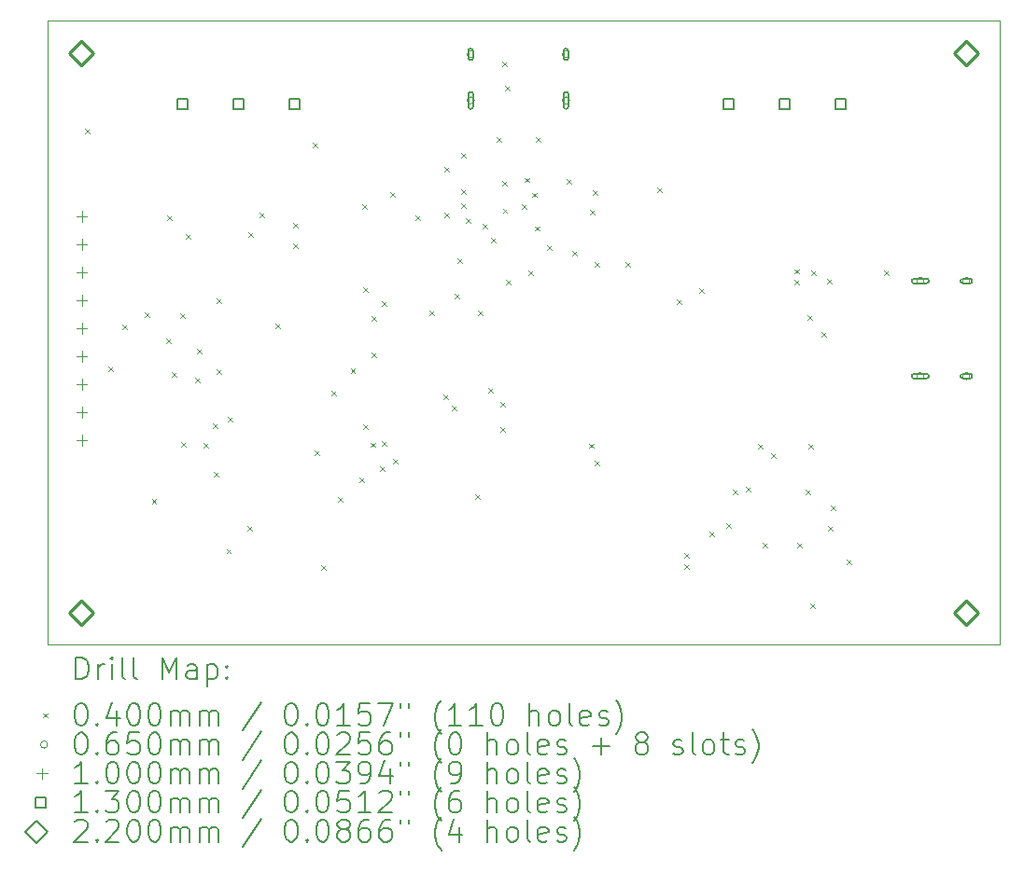
<source format=gbr>
%FSLAX45Y45*%
G04 Gerber Fmt 4.5, Leading zero omitted, Abs format (unit mm)*
G04 Created by KiCad (PCBNEW (6.0.1)) date 2022-03-17 16:13:47*
%MOMM*%
%LPD*%
G01*
G04 APERTURE LIST*
%TA.AperFunction,Profile*%
%ADD10C,0.050000*%
%TD*%
%ADD11C,0.200000*%
%ADD12C,0.040000*%
%ADD13C,0.065000*%
%ADD14C,0.100000*%
%ADD15C,0.130000*%
%ADD16C,0.220000*%
G04 APERTURE END LIST*
D10*
X10464800Y-13042900D02*
X19100800Y-13042900D01*
X19100800Y-7378700D02*
X10464800Y-7378700D01*
X19100800Y-7378700D02*
X19100800Y-13042900D01*
X10464800Y-7378700D02*
X10464800Y-13042900D01*
D11*
D12*
X10800400Y-8362000D02*
X10840400Y-8402000D01*
X10840400Y-8362000D02*
X10800400Y-8402000D01*
X11016300Y-10521000D02*
X11056300Y-10561000D01*
X11056300Y-10521000D02*
X11016300Y-10561000D01*
X11143300Y-10140000D02*
X11183300Y-10180000D01*
X11183300Y-10140000D02*
X11143300Y-10180000D01*
X11346500Y-10025700D02*
X11386500Y-10065700D01*
X11386500Y-10025700D02*
X11346500Y-10065700D01*
X11406851Y-11721991D02*
X11446851Y-11761991D01*
X11446851Y-11721991D02*
X11406851Y-11761991D01*
X11541398Y-10263461D02*
X11581398Y-10303461D01*
X11581398Y-10263461D02*
X11541398Y-10303461D01*
X11549700Y-9149400D02*
X11589700Y-9189400D01*
X11589700Y-9149400D02*
X11549700Y-9189400D01*
X11587800Y-10571800D02*
X11627800Y-10611800D01*
X11627800Y-10571800D02*
X11587800Y-10611800D01*
X11664000Y-10038400D02*
X11704000Y-10078400D01*
X11704000Y-10038400D02*
X11664000Y-10078400D01*
X11676700Y-11206800D02*
X11716700Y-11246800D01*
X11716700Y-11206800D02*
X11676700Y-11246800D01*
X11714800Y-9314500D02*
X11754800Y-9354500D01*
X11754800Y-9314500D02*
X11714800Y-9354500D01*
X11803700Y-10622600D02*
X11843700Y-10662600D01*
X11843700Y-10622600D02*
X11803700Y-10662600D01*
X11816400Y-10355900D02*
X11856400Y-10395900D01*
X11856400Y-10355900D02*
X11816400Y-10395900D01*
X11876150Y-11215730D02*
X11916150Y-11255730D01*
X11916150Y-11215730D02*
X11876150Y-11255730D01*
X11963708Y-11037468D02*
X12003708Y-11077468D01*
X12003708Y-11037468D02*
X11963708Y-11077468D01*
X11968800Y-11473500D02*
X12008800Y-11513500D01*
X12008800Y-11473500D02*
X11968800Y-11513500D01*
X11994200Y-9898700D02*
X12034200Y-9938700D01*
X12034200Y-9898700D02*
X11994200Y-9938700D01*
X11994200Y-10546400D02*
X12034200Y-10586400D01*
X12034200Y-10546400D02*
X11994200Y-10586400D01*
X12085701Y-12174601D02*
X12125701Y-12214601D01*
X12125701Y-12174601D02*
X12085701Y-12214601D01*
X12095800Y-10978200D02*
X12135800Y-11018200D01*
X12135800Y-10978200D02*
X12095800Y-11018200D01*
X12273600Y-11968800D02*
X12313600Y-12008800D01*
X12313600Y-11968800D02*
X12273600Y-12008800D01*
X12286300Y-9301800D02*
X12326300Y-9341800D01*
X12326300Y-9301800D02*
X12286300Y-9341800D01*
X12387900Y-9124000D02*
X12427900Y-9164000D01*
X12427900Y-9124000D02*
X12387900Y-9164000D01*
X12527600Y-10127300D02*
X12567600Y-10167300D01*
X12567600Y-10127300D02*
X12527600Y-10167300D01*
X12692700Y-9212900D02*
X12732700Y-9252900D01*
X12732700Y-9212900D02*
X12692700Y-9252900D01*
X12692700Y-9403400D02*
X12732700Y-9443400D01*
X12732700Y-9403400D02*
X12692700Y-9443400D01*
X12870500Y-8489000D02*
X12910500Y-8529000D01*
X12910500Y-8489000D02*
X12870500Y-8529000D01*
X12883200Y-11283000D02*
X12923200Y-11323000D01*
X12923200Y-11283000D02*
X12883200Y-11323000D01*
X12946700Y-12324400D02*
X12986700Y-12364400D01*
X12986700Y-12324400D02*
X12946700Y-12364400D01*
X13035600Y-10736900D02*
X13075600Y-10776900D01*
X13075600Y-10736900D02*
X13035600Y-10776900D01*
X13099100Y-11702100D02*
X13139100Y-11742100D01*
X13139100Y-11702100D02*
X13099100Y-11742100D01*
X13210299Y-10533700D02*
X13250299Y-10573700D01*
X13250299Y-10533700D02*
X13210299Y-10573700D01*
X13289600Y-11524300D02*
X13329600Y-11564300D01*
X13329600Y-11524300D02*
X13289600Y-11564300D01*
X13315000Y-9047800D02*
X13355000Y-9087800D01*
X13355000Y-9047800D02*
X13315000Y-9087800D01*
X13327700Y-9797100D02*
X13367700Y-9837100D01*
X13367700Y-9797100D02*
X13327700Y-9837100D01*
X13327700Y-11041700D02*
X13367700Y-11081700D01*
X13367700Y-11041700D02*
X13327700Y-11081700D01*
X13393854Y-11208235D02*
X13433854Y-11248235D01*
X13433854Y-11208235D02*
X13393854Y-11248235D01*
X13403900Y-10063800D02*
X13443900Y-10103800D01*
X13443900Y-10063800D02*
X13403900Y-10103800D01*
X13403900Y-10394000D02*
X13443900Y-10434000D01*
X13443900Y-10394000D02*
X13403900Y-10434000D01*
X13480100Y-11422700D02*
X13520100Y-11462700D01*
X13520100Y-11422700D02*
X13480100Y-11462700D01*
X13492800Y-9924100D02*
X13532800Y-9964100D01*
X13532800Y-9924100D02*
X13492800Y-9964100D01*
X13492800Y-11194100D02*
X13532800Y-11234100D01*
X13532800Y-11194100D02*
X13492800Y-11234100D01*
X13569000Y-8933500D02*
X13609000Y-8973500D01*
X13609000Y-8933500D02*
X13569000Y-8973500D01*
X13594400Y-11359200D02*
X13634400Y-11399200D01*
X13634400Y-11359200D02*
X13594400Y-11399200D01*
X13797600Y-9149400D02*
X13837600Y-9189400D01*
X13837600Y-9149400D02*
X13797600Y-9189400D01*
X13924600Y-10013000D02*
X13964600Y-10053000D01*
X13964600Y-10013000D02*
X13924600Y-10053000D01*
X14051600Y-10775000D02*
X14091600Y-10815000D01*
X14091600Y-10775000D02*
X14051600Y-10815000D01*
X14063870Y-8704470D02*
X14103870Y-8744470D01*
X14103870Y-8704470D02*
X14063870Y-8744470D01*
X14064300Y-9124000D02*
X14104300Y-9164000D01*
X14104300Y-9124000D02*
X14064300Y-9164000D01*
X14127800Y-10876600D02*
X14167800Y-10916600D01*
X14167800Y-10876600D02*
X14127800Y-10916600D01*
X14153200Y-9860600D02*
X14193200Y-9900600D01*
X14193200Y-9860600D02*
X14153200Y-9900600D01*
X14182350Y-9534285D02*
X14222350Y-9574285D01*
X14222350Y-9534285D02*
X14182350Y-9574285D01*
X14216700Y-8908100D02*
X14256700Y-8948100D01*
X14256700Y-8908100D02*
X14216700Y-8948100D01*
X14216700Y-9035100D02*
X14256700Y-9075100D01*
X14256700Y-9035100D02*
X14216700Y-9075100D01*
X14217560Y-8577900D02*
X14257560Y-8617900D01*
X14257560Y-8577900D02*
X14217560Y-8617900D01*
X14254800Y-9174800D02*
X14294800Y-9214800D01*
X14294800Y-9174800D02*
X14254800Y-9214800D01*
X14343700Y-11676700D02*
X14383700Y-11716700D01*
X14383700Y-11676700D02*
X14343700Y-11716700D01*
X14369100Y-10013000D02*
X14409100Y-10053000D01*
X14409100Y-10013000D02*
X14369100Y-10053000D01*
X14407200Y-9225600D02*
X14447200Y-9265600D01*
X14447200Y-9225600D02*
X14407200Y-9265600D01*
X14458000Y-10711500D02*
X14498000Y-10751500D01*
X14498000Y-10711500D02*
X14458000Y-10751500D01*
X14483400Y-9352600D02*
X14523400Y-9392600D01*
X14523400Y-9352600D02*
X14483400Y-9392600D01*
X14534200Y-8438200D02*
X14574200Y-8478200D01*
X14574200Y-8438200D02*
X14534200Y-8478200D01*
X14572300Y-10838500D02*
X14612300Y-10878500D01*
X14612300Y-10838500D02*
X14572300Y-10878500D01*
X14572300Y-11067100D02*
X14612300Y-11107100D01*
X14612300Y-11067100D02*
X14572300Y-11107100D01*
X14585000Y-7752400D02*
X14625000Y-7792400D01*
X14625000Y-7752400D02*
X14585000Y-7792400D01*
X14585000Y-8831900D02*
X14625000Y-8871900D01*
X14625000Y-8831900D02*
X14585000Y-8871900D01*
X14592500Y-9083402D02*
X14632500Y-9123402D01*
X14632500Y-9083402D02*
X14592500Y-9123402D01*
X14612853Y-7968055D02*
X14652853Y-8008055D01*
X14652853Y-7968055D02*
X14612853Y-8008055D01*
X14623100Y-9733600D02*
X14663100Y-9773600D01*
X14663100Y-9733600D02*
X14623100Y-9773600D01*
X14762800Y-9047800D02*
X14802800Y-9087800D01*
X14802800Y-9047800D02*
X14762800Y-9087800D01*
X14789825Y-8803888D02*
X14829825Y-8843888D01*
X14829825Y-8803888D02*
X14789825Y-8843888D01*
X14826300Y-9644700D02*
X14866300Y-9684700D01*
X14866300Y-9644700D02*
X14826300Y-9684700D01*
X14860798Y-8940879D02*
X14900798Y-8980879D01*
X14900798Y-8940879D02*
X14860798Y-8980879D01*
X14883020Y-9245080D02*
X14923020Y-9285080D01*
X14923020Y-9245080D02*
X14883020Y-9285080D01*
X14889800Y-8438200D02*
X14929800Y-8478200D01*
X14929800Y-8438200D02*
X14889800Y-8478200D01*
X14991400Y-9416100D02*
X15031400Y-9456100D01*
X15031400Y-9416100D02*
X14991400Y-9456100D01*
X15169200Y-8819200D02*
X15209200Y-8859200D01*
X15209200Y-8819200D02*
X15169200Y-8859200D01*
X15220000Y-9466900D02*
X15260000Y-9506900D01*
X15260000Y-9466900D02*
X15220000Y-9506900D01*
X15373885Y-11218015D02*
X15413885Y-11258015D01*
X15413885Y-11218015D02*
X15373885Y-11258015D01*
X15385100Y-9098600D02*
X15425100Y-9138600D01*
X15425100Y-9098600D02*
X15385100Y-9138600D01*
X15410500Y-8920800D02*
X15450500Y-8960800D01*
X15450500Y-8920800D02*
X15410500Y-8960800D01*
X15423200Y-9568500D02*
X15463200Y-9608500D01*
X15463200Y-9568500D02*
X15423200Y-9608500D01*
X15428202Y-11374791D02*
X15468202Y-11414791D01*
X15468202Y-11374791D02*
X15428202Y-11414791D01*
X15702600Y-9568500D02*
X15742600Y-9608500D01*
X15742600Y-9568500D02*
X15702600Y-9608500D01*
X15994700Y-8895400D02*
X16034700Y-8935400D01*
X16034700Y-8895400D02*
X15994700Y-8935400D01*
X16172500Y-9911400D02*
X16212500Y-9951400D01*
X16212500Y-9911400D02*
X16172500Y-9951400D01*
X16236000Y-12311700D02*
X16276000Y-12351700D01*
X16276000Y-12311700D02*
X16236000Y-12351700D01*
X16237403Y-12211760D02*
X16277403Y-12251760D01*
X16277403Y-12211760D02*
X16237403Y-12251760D01*
X16375700Y-9809800D02*
X16415700Y-9849800D01*
X16415700Y-9809800D02*
X16375700Y-9849800D01*
X16464600Y-12019600D02*
X16504600Y-12059600D01*
X16504600Y-12019600D02*
X16464600Y-12059600D01*
X16617000Y-11943400D02*
X16657000Y-11983400D01*
X16657000Y-11943400D02*
X16617000Y-11983400D01*
X16678350Y-11638600D02*
X16718350Y-11678600D01*
X16718350Y-11638600D02*
X16678350Y-11678600D01*
X16794800Y-11613200D02*
X16834800Y-11653200D01*
X16834800Y-11613200D02*
X16794800Y-11653200D01*
X16909100Y-11219500D02*
X16949100Y-11259500D01*
X16949100Y-11219500D02*
X16909100Y-11259500D01*
X16947200Y-12121200D02*
X16987200Y-12161200D01*
X16987200Y-12121200D02*
X16947200Y-12161200D01*
X17023400Y-11308400D02*
X17063400Y-11348400D01*
X17063400Y-11308400D02*
X17023400Y-11348400D01*
X17239300Y-9633650D02*
X17279300Y-9673650D01*
X17279300Y-9633650D02*
X17239300Y-9673650D01*
X17239300Y-9733600D02*
X17279300Y-9773600D01*
X17279300Y-9733600D02*
X17239300Y-9773600D01*
X17264700Y-12121200D02*
X17304700Y-12161200D01*
X17304700Y-12121200D02*
X17264700Y-12161200D01*
X17340150Y-11637200D02*
X17380150Y-11677200D01*
X17380150Y-11637200D02*
X17340150Y-11677200D01*
X17353600Y-10051100D02*
X17393600Y-10091100D01*
X17393600Y-10051100D02*
X17353600Y-10091100D01*
X17366300Y-11219500D02*
X17406300Y-11259500D01*
X17406300Y-11219500D02*
X17366300Y-11259500D01*
X17379000Y-12667300D02*
X17419000Y-12707300D01*
X17419000Y-12667300D02*
X17379000Y-12707300D01*
X17391700Y-9644700D02*
X17431700Y-9684700D01*
X17431700Y-9644700D02*
X17391700Y-9684700D01*
X17480600Y-10203500D02*
X17520600Y-10243500D01*
X17520600Y-10203500D02*
X17480600Y-10243500D01*
X17531400Y-9720900D02*
X17571400Y-9760900D01*
X17571400Y-9720900D02*
X17531400Y-9760900D01*
X17544100Y-11968800D02*
X17584100Y-12008800D01*
X17584100Y-11968800D02*
X17544100Y-12008800D01*
X17569500Y-11778300D02*
X17609500Y-11818300D01*
X17609500Y-11778300D02*
X17569500Y-11818300D01*
X17709200Y-12273600D02*
X17749200Y-12313600D01*
X17749200Y-12273600D02*
X17709200Y-12313600D01*
X18052100Y-9644700D02*
X18092100Y-9684700D01*
X18092100Y-9644700D02*
X18052100Y-9684700D01*
D13*
X14332500Y-7683500D02*
G75*
G03*
X14332500Y-7683500I-32500J0D01*
G01*
D11*
X14322500Y-7713500D02*
X14322500Y-7653500D01*
X14277500Y-7713500D02*
X14277500Y-7653500D01*
X14322500Y-7653500D02*
G75*
G03*
X14277500Y-7653500I-22500J0D01*
G01*
X14277500Y-7713500D02*
G75*
G03*
X14322500Y-7713500I22500J0D01*
G01*
D13*
X14332500Y-8101500D02*
G75*
G03*
X14332500Y-8101500I-32500J0D01*
G01*
D11*
X14322500Y-8156500D02*
X14322500Y-8046500D01*
X14277500Y-8156500D02*
X14277500Y-8046500D01*
X14322500Y-8046500D02*
G75*
G03*
X14277500Y-8046500I-22500J0D01*
G01*
X14277500Y-8156500D02*
G75*
G03*
X14322500Y-8156500I22500J0D01*
G01*
D13*
X15196500Y-7683500D02*
G75*
G03*
X15196500Y-7683500I-32500J0D01*
G01*
D11*
X15186500Y-7713500D02*
X15186500Y-7653500D01*
X15141500Y-7713500D02*
X15141500Y-7653500D01*
X15186500Y-7653500D02*
G75*
G03*
X15141500Y-7653500I-22500J0D01*
G01*
X15141500Y-7713500D02*
G75*
G03*
X15186500Y-7713500I22500J0D01*
G01*
D13*
X15196500Y-8101500D02*
G75*
G03*
X15196500Y-8101500I-32500J0D01*
G01*
D11*
X15186500Y-8156500D02*
X15186500Y-8046500D01*
X15141500Y-8156500D02*
X15141500Y-8046500D01*
X15186500Y-8046500D02*
G75*
G03*
X15141500Y-8046500I-22500J0D01*
G01*
X15141500Y-8156500D02*
G75*
G03*
X15186500Y-8156500I22500J0D01*
G01*
D13*
X18410500Y-9740700D02*
G75*
G03*
X18410500Y-9740700I-32500J0D01*
G01*
D11*
X18323000Y-9763200D02*
X18433000Y-9763200D01*
X18323000Y-9718200D02*
X18433000Y-9718200D01*
X18433000Y-9763200D02*
G75*
G03*
X18433000Y-9718200I0J22500D01*
G01*
X18323000Y-9718200D02*
G75*
G03*
X18323000Y-9763200I0J-22500D01*
G01*
D13*
X18410500Y-10604700D02*
G75*
G03*
X18410500Y-10604700I-32500J0D01*
G01*
D11*
X18323000Y-10627200D02*
X18433000Y-10627200D01*
X18323000Y-10582200D02*
X18433000Y-10582200D01*
X18433000Y-10627200D02*
G75*
G03*
X18433000Y-10582200I0J22500D01*
G01*
X18323000Y-10582200D02*
G75*
G03*
X18323000Y-10627200I0J-22500D01*
G01*
D13*
X18828500Y-9740700D02*
G75*
G03*
X18828500Y-9740700I-32500J0D01*
G01*
D11*
X18766000Y-9763200D02*
X18826000Y-9763200D01*
X18766000Y-9718200D02*
X18826000Y-9718200D01*
X18826000Y-9763200D02*
G75*
G03*
X18826000Y-9718200I0J22500D01*
G01*
X18766000Y-9718200D02*
G75*
G03*
X18766000Y-9763200I0J-22500D01*
G01*
D13*
X18828500Y-10604700D02*
G75*
G03*
X18828500Y-10604700I-32500J0D01*
G01*
D11*
X18766000Y-10627200D02*
X18826000Y-10627200D01*
X18766000Y-10582200D02*
X18826000Y-10582200D01*
X18826000Y-10627200D02*
G75*
G03*
X18826000Y-10582200I0J22500D01*
G01*
X18766000Y-10582200D02*
G75*
G03*
X18766000Y-10627200I0J-22500D01*
G01*
D14*
X10772100Y-9107700D02*
X10772100Y-9207700D01*
X10722100Y-9157700D02*
X10822100Y-9157700D01*
X10772100Y-9361700D02*
X10772100Y-9461700D01*
X10722100Y-9411700D02*
X10822100Y-9411700D01*
X10772100Y-9615700D02*
X10772100Y-9715700D01*
X10722100Y-9665700D02*
X10822100Y-9665700D01*
X10772100Y-9869700D02*
X10772100Y-9969700D01*
X10722100Y-9919700D02*
X10822100Y-9919700D01*
X10772100Y-10123700D02*
X10772100Y-10223700D01*
X10722100Y-10173700D02*
X10822100Y-10173700D01*
X10772100Y-10377700D02*
X10772100Y-10477700D01*
X10722100Y-10427700D02*
X10822100Y-10427700D01*
X10772100Y-10631700D02*
X10772100Y-10731700D01*
X10722100Y-10681700D02*
X10822100Y-10681700D01*
X10772100Y-10885700D02*
X10772100Y-10985700D01*
X10722100Y-10935700D02*
X10822100Y-10935700D01*
X10772100Y-11139700D02*
X10772100Y-11239700D01*
X10722100Y-11189700D02*
X10822100Y-11189700D01*
D15*
X11729962Y-8178512D02*
X11729962Y-8086588D01*
X11638038Y-8086588D01*
X11638038Y-8178512D01*
X11729962Y-8178512D01*
X12237962Y-8178512D02*
X12237962Y-8086588D01*
X12146038Y-8086588D01*
X12146038Y-8178512D01*
X12237962Y-8178512D01*
X12745962Y-8178512D02*
X12745962Y-8086588D01*
X12654038Y-8086588D01*
X12654038Y-8178512D01*
X12745962Y-8178512D01*
X16682962Y-8178512D02*
X16682962Y-8086588D01*
X16591038Y-8086588D01*
X16591038Y-8178512D01*
X16682962Y-8178512D01*
X17190962Y-8178512D02*
X17190962Y-8086588D01*
X17099038Y-8086588D01*
X17099038Y-8178512D01*
X17190962Y-8178512D01*
X17698962Y-8178512D02*
X17698962Y-8086588D01*
X17607038Y-8086588D01*
X17607038Y-8178512D01*
X17698962Y-8178512D01*
D16*
X10769600Y-7780800D02*
X10879600Y-7670800D01*
X10769600Y-7560800D01*
X10659600Y-7670800D01*
X10769600Y-7780800D01*
X10769600Y-12860800D02*
X10879600Y-12750800D01*
X10769600Y-12640800D01*
X10659600Y-12750800D01*
X10769600Y-12860800D01*
X18796000Y-7780800D02*
X18906000Y-7670800D01*
X18796000Y-7560800D01*
X18686000Y-7670800D01*
X18796000Y-7780800D01*
X18796000Y-12860800D02*
X18906000Y-12750800D01*
X18796000Y-12640800D01*
X18686000Y-12750800D01*
X18796000Y-12860800D01*
D11*
X10719919Y-13355876D02*
X10719919Y-13155876D01*
X10767538Y-13155876D01*
X10796110Y-13165400D01*
X10815157Y-13184448D01*
X10824681Y-13203495D01*
X10834205Y-13241590D01*
X10834205Y-13270162D01*
X10824681Y-13308257D01*
X10815157Y-13327305D01*
X10796110Y-13346352D01*
X10767538Y-13355876D01*
X10719919Y-13355876D01*
X10919919Y-13355876D02*
X10919919Y-13222543D01*
X10919919Y-13260638D02*
X10929443Y-13241590D01*
X10938967Y-13232067D01*
X10958014Y-13222543D01*
X10977062Y-13222543D01*
X11043729Y-13355876D02*
X11043729Y-13222543D01*
X11043729Y-13155876D02*
X11034205Y-13165400D01*
X11043729Y-13174924D01*
X11053252Y-13165400D01*
X11043729Y-13155876D01*
X11043729Y-13174924D01*
X11167538Y-13355876D02*
X11148490Y-13346352D01*
X11138967Y-13327305D01*
X11138967Y-13155876D01*
X11272300Y-13355876D02*
X11253252Y-13346352D01*
X11243728Y-13327305D01*
X11243728Y-13155876D01*
X11500871Y-13355876D02*
X11500871Y-13155876D01*
X11567538Y-13298733D01*
X11634205Y-13155876D01*
X11634205Y-13355876D01*
X11815157Y-13355876D02*
X11815157Y-13251114D01*
X11805633Y-13232067D01*
X11786586Y-13222543D01*
X11748490Y-13222543D01*
X11729443Y-13232067D01*
X11815157Y-13346352D02*
X11796109Y-13355876D01*
X11748490Y-13355876D01*
X11729443Y-13346352D01*
X11719919Y-13327305D01*
X11719919Y-13308257D01*
X11729443Y-13289209D01*
X11748490Y-13279686D01*
X11796109Y-13279686D01*
X11815157Y-13270162D01*
X11910395Y-13222543D02*
X11910395Y-13422543D01*
X11910395Y-13232067D02*
X11929443Y-13222543D01*
X11967538Y-13222543D01*
X11986586Y-13232067D01*
X11996109Y-13241590D01*
X12005633Y-13260638D01*
X12005633Y-13317781D01*
X11996109Y-13336828D01*
X11986586Y-13346352D01*
X11967538Y-13355876D01*
X11929443Y-13355876D01*
X11910395Y-13346352D01*
X12091348Y-13336828D02*
X12100871Y-13346352D01*
X12091348Y-13355876D01*
X12081824Y-13346352D01*
X12091348Y-13336828D01*
X12091348Y-13355876D01*
X12091348Y-13232067D02*
X12100871Y-13241590D01*
X12091348Y-13251114D01*
X12081824Y-13241590D01*
X12091348Y-13232067D01*
X12091348Y-13251114D01*
D12*
X10422300Y-13665400D02*
X10462300Y-13705400D01*
X10462300Y-13665400D02*
X10422300Y-13705400D01*
D11*
X10758014Y-13575876D02*
X10777062Y-13575876D01*
X10796110Y-13585400D01*
X10805633Y-13594924D01*
X10815157Y-13613971D01*
X10824681Y-13652067D01*
X10824681Y-13699686D01*
X10815157Y-13737781D01*
X10805633Y-13756828D01*
X10796110Y-13766352D01*
X10777062Y-13775876D01*
X10758014Y-13775876D01*
X10738967Y-13766352D01*
X10729443Y-13756828D01*
X10719919Y-13737781D01*
X10710395Y-13699686D01*
X10710395Y-13652067D01*
X10719919Y-13613971D01*
X10729443Y-13594924D01*
X10738967Y-13585400D01*
X10758014Y-13575876D01*
X10910395Y-13756828D02*
X10919919Y-13766352D01*
X10910395Y-13775876D01*
X10900871Y-13766352D01*
X10910395Y-13756828D01*
X10910395Y-13775876D01*
X11091348Y-13642543D02*
X11091348Y-13775876D01*
X11043729Y-13566352D02*
X10996110Y-13709209D01*
X11119919Y-13709209D01*
X11234205Y-13575876D02*
X11253252Y-13575876D01*
X11272300Y-13585400D01*
X11281824Y-13594924D01*
X11291348Y-13613971D01*
X11300871Y-13652067D01*
X11300871Y-13699686D01*
X11291348Y-13737781D01*
X11281824Y-13756828D01*
X11272300Y-13766352D01*
X11253252Y-13775876D01*
X11234205Y-13775876D01*
X11215157Y-13766352D01*
X11205633Y-13756828D01*
X11196109Y-13737781D01*
X11186586Y-13699686D01*
X11186586Y-13652067D01*
X11196109Y-13613971D01*
X11205633Y-13594924D01*
X11215157Y-13585400D01*
X11234205Y-13575876D01*
X11424681Y-13575876D02*
X11443728Y-13575876D01*
X11462776Y-13585400D01*
X11472300Y-13594924D01*
X11481824Y-13613971D01*
X11491348Y-13652067D01*
X11491348Y-13699686D01*
X11481824Y-13737781D01*
X11472300Y-13756828D01*
X11462776Y-13766352D01*
X11443728Y-13775876D01*
X11424681Y-13775876D01*
X11405633Y-13766352D01*
X11396109Y-13756828D01*
X11386586Y-13737781D01*
X11377062Y-13699686D01*
X11377062Y-13652067D01*
X11386586Y-13613971D01*
X11396109Y-13594924D01*
X11405633Y-13585400D01*
X11424681Y-13575876D01*
X11577062Y-13775876D02*
X11577062Y-13642543D01*
X11577062Y-13661590D02*
X11586586Y-13652067D01*
X11605633Y-13642543D01*
X11634205Y-13642543D01*
X11653252Y-13652067D01*
X11662776Y-13671114D01*
X11662776Y-13775876D01*
X11662776Y-13671114D02*
X11672300Y-13652067D01*
X11691348Y-13642543D01*
X11719919Y-13642543D01*
X11738967Y-13652067D01*
X11748490Y-13671114D01*
X11748490Y-13775876D01*
X11843728Y-13775876D02*
X11843728Y-13642543D01*
X11843728Y-13661590D02*
X11853252Y-13652067D01*
X11872300Y-13642543D01*
X11900871Y-13642543D01*
X11919919Y-13652067D01*
X11929443Y-13671114D01*
X11929443Y-13775876D01*
X11929443Y-13671114D02*
X11938967Y-13652067D01*
X11958014Y-13642543D01*
X11986586Y-13642543D01*
X12005633Y-13652067D01*
X12015157Y-13671114D01*
X12015157Y-13775876D01*
X12405633Y-13566352D02*
X12234205Y-13823495D01*
X12662776Y-13575876D02*
X12681824Y-13575876D01*
X12700871Y-13585400D01*
X12710395Y-13594924D01*
X12719919Y-13613971D01*
X12729443Y-13652067D01*
X12729443Y-13699686D01*
X12719919Y-13737781D01*
X12710395Y-13756828D01*
X12700871Y-13766352D01*
X12681824Y-13775876D01*
X12662776Y-13775876D01*
X12643728Y-13766352D01*
X12634205Y-13756828D01*
X12624681Y-13737781D01*
X12615157Y-13699686D01*
X12615157Y-13652067D01*
X12624681Y-13613971D01*
X12634205Y-13594924D01*
X12643728Y-13585400D01*
X12662776Y-13575876D01*
X12815157Y-13756828D02*
X12824681Y-13766352D01*
X12815157Y-13775876D01*
X12805633Y-13766352D01*
X12815157Y-13756828D01*
X12815157Y-13775876D01*
X12948490Y-13575876D02*
X12967538Y-13575876D01*
X12986586Y-13585400D01*
X12996109Y-13594924D01*
X13005633Y-13613971D01*
X13015157Y-13652067D01*
X13015157Y-13699686D01*
X13005633Y-13737781D01*
X12996109Y-13756828D01*
X12986586Y-13766352D01*
X12967538Y-13775876D01*
X12948490Y-13775876D01*
X12929443Y-13766352D01*
X12919919Y-13756828D01*
X12910395Y-13737781D01*
X12900871Y-13699686D01*
X12900871Y-13652067D01*
X12910395Y-13613971D01*
X12919919Y-13594924D01*
X12929443Y-13585400D01*
X12948490Y-13575876D01*
X13205633Y-13775876D02*
X13091348Y-13775876D01*
X13148490Y-13775876D02*
X13148490Y-13575876D01*
X13129443Y-13604448D01*
X13110395Y-13623495D01*
X13091348Y-13633019D01*
X13386586Y-13575876D02*
X13291348Y-13575876D01*
X13281824Y-13671114D01*
X13291348Y-13661590D01*
X13310395Y-13652067D01*
X13358014Y-13652067D01*
X13377062Y-13661590D01*
X13386586Y-13671114D01*
X13396109Y-13690162D01*
X13396109Y-13737781D01*
X13386586Y-13756828D01*
X13377062Y-13766352D01*
X13358014Y-13775876D01*
X13310395Y-13775876D01*
X13291348Y-13766352D01*
X13281824Y-13756828D01*
X13462776Y-13575876D02*
X13596109Y-13575876D01*
X13510395Y-13775876D01*
X13662776Y-13575876D02*
X13662776Y-13613971D01*
X13738967Y-13575876D02*
X13738967Y-13613971D01*
X14034205Y-13852067D02*
X14024681Y-13842543D01*
X14005633Y-13813971D01*
X13996109Y-13794924D01*
X13986586Y-13766352D01*
X13977062Y-13718733D01*
X13977062Y-13680638D01*
X13986586Y-13633019D01*
X13996109Y-13604448D01*
X14005633Y-13585400D01*
X14024681Y-13556828D01*
X14034205Y-13547305D01*
X14215157Y-13775876D02*
X14100871Y-13775876D01*
X14158014Y-13775876D02*
X14158014Y-13575876D01*
X14138967Y-13604448D01*
X14119919Y-13623495D01*
X14100871Y-13633019D01*
X14405633Y-13775876D02*
X14291348Y-13775876D01*
X14348490Y-13775876D02*
X14348490Y-13575876D01*
X14329443Y-13604448D01*
X14310395Y-13623495D01*
X14291348Y-13633019D01*
X14529443Y-13575876D02*
X14548490Y-13575876D01*
X14567538Y-13585400D01*
X14577062Y-13594924D01*
X14586586Y-13613971D01*
X14596109Y-13652067D01*
X14596109Y-13699686D01*
X14586586Y-13737781D01*
X14577062Y-13756828D01*
X14567538Y-13766352D01*
X14548490Y-13775876D01*
X14529443Y-13775876D01*
X14510395Y-13766352D01*
X14500871Y-13756828D01*
X14491348Y-13737781D01*
X14481824Y-13699686D01*
X14481824Y-13652067D01*
X14491348Y-13613971D01*
X14500871Y-13594924D01*
X14510395Y-13585400D01*
X14529443Y-13575876D01*
X14834205Y-13775876D02*
X14834205Y-13575876D01*
X14919919Y-13775876D02*
X14919919Y-13671114D01*
X14910395Y-13652067D01*
X14891348Y-13642543D01*
X14862776Y-13642543D01*
X14843728Y-13652067D01*
X14834205Y-13661590D01*
X15043728Y-13775876D02*
X15024681Y-13766352D01*
X15015157Y-13756828D01*
X15005633Y-13737781D01*
X15005633Y-13680638D01*
X15015157Y-13661590D01*
X15024681Y-13652067D01*
X15043728Y-13642543D01*
X15072300Y-13642543D01*
X15091348Y-13652067D01*
X15100871Y-13661590D01*
X15110395Y-13680638D01*
X15110395Y-13737781D01*
X15100871Y-13756828D01*
X15091348Y-13766352D01*
X15072300Y-13775876D01*
X15043728Y-13775876D01*
X15224681Y-13775876D02*
X15205633Y-13766352D01*
X15196109Y-13747305D01*
X15196109Y-13575876D01*
X15377062Y-13766352D02*
X15358014Y-13775876D01*
X15319919Y-13775876D01*
X15300871Y-13766352D01*
X15291348Y-13747305D01*
X15291348Y-13671114D01*
X15300871Y-13652067D01*
X15319919Y-13642543D01*
X15358014Y-13642543D01*
X15377062Y-13652067D01*
X15386586Y-13671114D01*
X15386586Y-13690162D01*
X15291348Y-13709209D01*
X15462776Y-13766352D02*
X15481824Y-13775876D01*
X15519919Y-13775876D01*
X15538967Y-13766352D01*
X15548490Y-13747305D01*
X15548490Y-13737781D01*
X15538967Y-13718733D01*
X15519919Y-13709209D01*
X15491348Y-13709209D01*
X15472300Y-13699686D01*
X15462776Y-13680638D01*
X15462776Y-13671114D01*
X15472300Y-13652067D01*
X15491348Y-13642543D01*
X15519919Y-13642543D01*
X15538967Y-13652067D01*
X15615157Y-13852067D02*
X15624681Y-13842543D01*
X15643728Y-13813971D01*
X15653252Y-13794924D01*
X15662776Y-13766352D01*
X15672300Y-13718733D01*
X15672300Y-13680638D01*
X15662776Y-13633019D01*
X15653252Y-13604448D01*
X15643728Y-13585400D01*
X15624681Y-13556828D01*
X15615157Y-13547305D01*
D13*
X10462300Y-13949400D02*
G75*
G03*
X10462300Y-13949400I-32500J0D01*
G01*
D11*
X10758014Y-13839876D02*
X10777062Y-13839876D01*
X10796110Y-13849400D01*
X10805633Y-13858924D01*
X10815157Y-13877971D01*
X10824681Y-13916067D01*
X10824681Y-13963686D01*
X10815157Y-14001781D01*
X10805633Y-14020828D01*
X10796110Y-14030352D01*
X10777062Y-14039876D01*
X10758014Y-14039876D01*
X10738967Y-14030352D01*
X10729443Y-14020828D01*
X10719919Y-14001781D01*
X10710395Y-13963686D01*
X10710395Y-13916067D01*
X10719919Y-13877971D01*
X10729443Y-13858924D01*
X10738967Y-13849400D01*
X10758014Y-13839876D01*
X10910395Y-14020828D02*
X10919919Y-14030352D01*
X10910395Y-14039876D01*
X10900871Y-14030352D01*
X10910395Y-14020828D01*
X10910395Y-14039876D01*
X11091348Y-13839876D02*
X11053252Y-13839876D01*
X11034205Y-13849400D01*
X11024681Y-13858924D01*
X11005633Y-13887495D01*
X10996110Y-13925590D01*
X10996110Y-14001781D01*
X11005633Y-14020828D01*
X11015157Y-14030352D01*
X11034205Y-14039876D01*
X11072300Y-14039876D01*
X11091348Y-14030352D01*
X11100871Y-14020828D01*
X11110395Y-14001781D01*
X11110395Y-13954162D01*
X11100871Y-13935114D01*
X11091348Y-13925590D01*
X11072300Y-13916067D01*
X11034205Y-13916067D01*
X11015157Y-13925590D01*
X11005633Y-13935114D01*
X10996110Y-13954162D01*
X11291348Y-13839876D02*
X11196109Y-13839876D01*
X11186586Y-13935114D01*
X11196109Y-13925590D01*
X11215157Y-13916067D01*
X11262776Y-13916067D01*
X11281824Y-13925590D01*
X11291348Y-13935114D01*
X11300871Y-13954162D01*
X11300871Y-14001781D01*
X11291348Y-14020828D01*
X11281824Y-14030352D01*
X11262776Y-14039876D01*
X11215157Y-14039876D01*
X11196109Y-14030352D01*
X11186586Y-14020828D01*
X11424681Y-13839876D02*
X11443728Y-13839876D01*
X11462776Y-13849400D01*
X11472300Y-13858924D01*
X11481824Y-13877971D01*
X11491348Y-13916067D01*
X11491348Y-13963686D01*
X11481824Y-14001781D01*
X11472300Y-14020828D01*
X11462776Y-14030352D01*
X11443728Y-14039876D01*
X11424681Y-14039876D01*
X11405633Y-14030352D01*
X11396109Y-14020828D01*
X11386586Y-14001781D01*
X11377062Y-13963686D01*
X11377062Y-13916067D01*
X11386586Y-13877971D01*
X11396109Y-13858924D01*
X11405633Y-13849400D01*
X11424681Y-13839876D01*
X11577062Y-14039876D02*
X11577062Y-13906543D01*
X11577062Y-13925590D02*
X11586586Y-13916067D01*
X11605633Y-13906543D01*
X11634205Y-13906543D01*
X11653252Y-13916067D01*
X11662776Y-13935114D01*
X11662776Y-14039876D01*
X11662776Y-13935114D02*
X11672300Y-13916067D01*
X11691348Y-13906543D01*
X11719919Y-13906543D01*
X11738967Y-13916067D01*
X11748490Y-13935114D01*
X11748490Y-14039876D01*
X11843728Y-14039876D02*
X11843728Y-13906543D01*
X11843728Y-13925590D02*
X11853252Y-13916067D01*
X11872300Y-13906543D01*
X11900871Y-13906543D01*
X11919919Y-13916067D01*
X11929443Y-13935114D01*
X11929443Y-14039876D01*
X11929443Y-13935114D02*
X11938967Y-13916067D01*
X11958014Y-13906543D01*
X11986586Y-13906543D01*
X12005633Y-13916067D01*
X12015157Y-13935114D01*
X12015157Y-14039876D01*
X12405633Y-13830352D02*
X12234205Y-14087495D01*
X12662776Y-13839876D02*
X12681824Y-13839876D01*
X12700871Y-13849400D01*
X12710395Y-13858924D01*
X12719919Y-13877971D01*
X12729443Y-13916067D01*
X12729443Y-13963686D01*
X12719919Y-14001781D01*
X12710395Y-14020828D01*
X12700871Y-14030352D01*
X12681824Y-14039876D01*
X12662776Y-14039876D01*
X12643728Y-14030352D01*
X12634205Y-14020828D01*
X12624681Y-14001781D01*
X12615157Y-13963686D01*
X12615157Y-13916067D01*
X12624681Y-13877971D01*
X12634205Y-13858924D01*
X12643728Y-13849400D01*
X12662776Y-13839876D01*
X12815157Y-14020828D02*
X12824681Y-14030352D01*
X12815157Y-14039876D01*
X12805633Y-14030352D01*
X12815157Y-14020828D01*
X12815157Y-14039876D01*
X12948490Y-13839876D02*
X12967538Y-13839876D01*
X12986586Y-13849400D01*
X12996109Y-13858924D01*
X13005633Y-13877971D01*
X13015157Y-13916067D01*
X13015157Y-13963686D01*
X13005633Y-14001781D01*
X12996109Y-14020828D01*
X12986586Y-14030352D01*
X12967538Y-14039876D01*
X12948490Y-14039876D01*
X12929443Y-14030352D01*
X12919919Y-14020828D01*
X12910395Y-14001781D01*
X12900871Y-13963686D01*
X12900871Y-13916067D01*
X12910395Y-13877971D01*
X12919919Y-13858924D01*
X12929443Y-13849400D01*
X12948490Y-13839876D01*
X13091348Y-13858924D02*
X13100871Y-13849400D01*
X13119919Y-13839876D01*
X13167538Y-13839876D01*
X13186586Y-13849400D01*
X13196109Y-13858924D01*
X13205633Y-13877971D01*
X13205633Y-13897019D01*
X13196109Y-13925590D01*
X13081824Y-14039876D01*
X13205633Y-14039876D01*
X13386586Y-13839876D02*
X13291348Y-13839876D01*
X13281824Y-13935114D01*
X13291348Y-13925590D01*
X13310395Y-13916067D01*
X13358014Y-13916067D01*
X13377062Y-13925590D01*
X13386586Y-13935114D01*
X13396109Y-13954162D01*
X13396109Y-14001781D01*
X13386586Y-14020828D01*
X13377062Y-14030352D01*
X13358014Y-14039876D01*
X13310395Y-14039876D01*
X13291348Y-14030352D01*
X13281824Y-14020828D01*
X13567538Y-13839876D02*
X13529443Y-13839876D01*
X13510395Y-13849400D01*
X13500871Y-13858924D01*
X13481824Y-13887495D01*
X13472300Y-13925590D01*
X13472300Y-14001781D01*
X13481824Y-14020828D01*
X13491348Y-14030352D01*
X13510395Y-14039876D01*
X13548490Y-14039876D01*
X13567538Y-14030352D01*
X13577062Y-14020828D01*
X13586586Y-14001781D01*
X13586586Y-13954162D01*
X13577062Y-13935114D01*
X13567538Y-13925590D01*
X13548490Y-13916067D01*
X13510395Y-13916067D01*
X13491348Y-13925590D01*
X13481824Y-13935114D01*
X13472300Y-13954162D01*
X13662776Y-13839876D02*
X13662776Y-13877971D01*
X13738967Y-13839876D02*
X13738967Y-13877971D01*
X14034205Y-14116067D02*
X14024681Y-14106543D01*
X14005633Y-14077971D01*
X13996109Y-14058924D01*
X13986586Y-14030352D01*
X13977062Y-13982733D01*
X13977062Y-13944638D01*
X13986586Y-13897019D01*
X13996109Y-13868448D01*
X14005633Y-13849400D01*
X14024681Y-13820828D01*
X14034205Y-13811305D01*
X14148490Y-13839876D02*
X14167538Y-13839876D01*
X14186586Y-13849400D01*
X14196109Y-13858924D01*
X14205633Y-13877971D01*
X14215157Y-13916067D01*
X14215157Y-13963686D01*
X14205633Y-14001781D01*
X14196109Y-14020828D01*
X14186586Y-14030352D01*
X14167538Y-14039876D01*
X14148490Y-14039876D01*
X14129443Y-14030352D01*
X14119919Y-14020828D01*
X14110395Y-14001781D01*
X14100871Y-13963686D01*
X14100871Y-13916067D01*
X14110395Y-13877971D01*
X14119919Y-13858924D01*
X14129443Y-13849400D01*
X14148490Y-13839876D01*
X14453252Y-14039876D02*
X14453252Y-13839876D01*
X14538967Y-14039876D02*
X14538967Y-13935114D01*
X14529443Y-13916067D01*
X14510395Y-13906543D01*
X14481824Y-13906543D01*
X14462776Y-13916067D01*
X14453252Y-13925590D01*
X14662776Y-14039876D02*
X14643728Y-14030352D01*
X14634205Y-14020828D01*
X14624681Y-14001781D01*
X14624681Y-13944638D01*
X14634205Y-13925590D01*
X14643728Y-13916067D01*
X14662776Y-13906543D01*
X14691348Y-13906543D01*
X14710395Y-13916067D01*
X14719919Y-13925590D01*
X14729443Y-13944638D01*
X14729443Y-14001781D01*
X14719919Y-14020828D01*
X14710395Y-14030352D01*
X14691348Y-14039876D01*
X14662776Y-14039876D01*
X14843728Y-14039876D02*
X14824681Y-14030352D01*
X14815157Y-14011305D01*
X14815157Y-13839876D01*
X14996109Y-14030352D02*
X14977062Y-14039876D01*
X14938967Y-14039876D01*
X14919919Y-14030352D01*
X14910395Y-14011305D01*
X14910395Y-13935114D01*
X14919919Y-13916067D01*
X14938967Y-13906543D01*
X14977062Y-13906543D01*
X14996109Y-13916067D01*
X15005633Y-13935114D01*
X15005633Y-13954162D01*
X14910395Y-13973209D01*
X15081824Y-14030352D02*
X15100871Y-14039876D01*
X15138967Y-14039876D01*
X15158014Y-14030352D01*
X15167538Y-14011305D01*
X15167538Y-14001781D01*
X15158014Y-13982733D01*
X15138967Y-13973209D01*
X15110395Y-13973209D01*
X15091348Y-13963686D01*
X15081824Y-13944638D01*
X15081824Y-13935114D01*
X15091348Y-13916067D01*
X15110395Y-13906543D01*
X15138967Y-13906543D01*
X15158014Y-13916067D01*
X15405633Y-13963686D02*
X15558014Y-13963686D01*
X15481824Y-14039876D02*
X15481824Y-13887495D01*
X15834205Y-13925590D02*
X15815157Y-13916067D01*
X15805633Y-13906543D01*
X15796109Y-13887495D01*
X15796109Y-13877971D01*
X15805633Y-13858924D01*
X15815157Y-13849400D01*
X15834205Y-13839876D01*
X15872300Y-13839876D01*
X15891348Y-13849400D01*
X15900871Y-13858924D01*
X15910395Y-13877971D01*
X15910395Y-13887495D01*
X15900871Y-13906543D01*
X15891348Y-13916067D01*
X15872300Y-13925590D01*
X15834205Y-13925590D01*
X15815157Y-13935114D01*
X15805633Y-13944638D01*
X15796109Y-13963686D01*
X15796109Y-14001781D01*
X15805633Y-14020828D01*
X15815157Y-14030352D01*
X15834205Y-14039876D01*
X15872300Y-14039876D01*
X15891348Y-14030352D01*
X15900871Y-14020828D01*
X15910395Y-14001781D01*
X15910395Y-13963686D01*
X15900871Y-13944638D01*
X15891348Y-13935114D01*
X15872300Y-13925590D01*
X16138967Y-14030352D02*
X16158014Y-14039876D01*
X16196109Y-14039876D01*
X16215157Y-14030352D01*
X16224681Y-14011305D01*
X16224681Y-14001781D01*
X16215157Y-13982733D01*
X16196109Y-13973209D01*
X16167538Y-13973209D01*
X16148490Y-13963686D01*
X16138967Y-13944638D01*
X16138967Y-13935114D01*
X16148490Y-13916067D01*
X16167538Y-13906543D01*
X16196109Y-13906543D01*
X16215157Y-13916067D01*
X16338967Y-14039876D02*
X16319919Y-14030352D01*
X16310395Y-14011305D01*
X16310395Y-13839876D01*
X16443728Y-14039876D02*
X16424681Y-14030352D01*
X16415157Y-14020828D01*
X16405633Y-14001781D01*
X16405633Y-13944638D01*
X16415157Y-13925590D01*
X16424681Y-13916067D01*
X16443728Y-13906543D01*
X16472300Y-13906543D01*
X16491348Y-13916067D01*
X16500871Y-13925590D01*
X16510395Y-13944638D01*
X16510395Y-14001781D01*
X16500871Y-14020828D01*
X16491348Y-14030352D01*
X16472300Y-14039876D01*
X16443728Y-14039876D01*
X16567538Y-13906543D02*
X16643728Y-13906543D01*
X16596109Y-13839876D02*
X16596109Y-14011305D01*
X16605633Y-14030352D01*
X16624681Y-14039876D01*
X16643728Y-14039876D01*
X16700871Y-14030352D02*
X16719919Y-14039876D01*
X16758014Y-14039876D01*
X16777062Y-14030352D01*
X16786586Y-14011305D01*
X16786586Y-14001781D01*
X16777062Y-13982733D01*
X16758014Y-13973209D01*
X16729443Y-13973209D01*
X16710395Y-13963686D01*
X16700871Y-13944638D01*
X16700871Y-13935114D01*
X16710395Y-13916067D01*
X16729443Y-13906543D01*
X16758014Y-13906543D01*
X16777062Y-13916067D01*
X16853252Y-14116067D02*
X16862776Y-14106543D01*
X16881824Y-14077971D01*
X16891348Y-14058924D01*
X16900871Y-14030352D01*
X16910395Y-13982733D01*
X16910395Y-13944638D01*
X16900871Y-13897019D01*
X16891348Y-13868448D01*
X16881824Y-13849400D01*
X16862776Y-13820828D01*
X16853252Y-13811305D01*
D14*
X10412300Y-14163400D02*
X10412300Y-14263400D01*
X10362300Y-14213400D02*
X10462300Y-14213400D01*
D11*
X10824681Y-14303876D02*
X10710395Y-14303876D01*
X10767538Y-14303876D02*
X10767538Y-14103876D01*
X10748490Y-14132448D01*
X10729443Y-14151495D01*
X10710395Y-14161019D01*
X10910395Y-14284828D02*
X10919919Y-14294352D01*
X10910395Y-14303876D01*
X10900871Y-14294352D01*
X10910395Y-14284828D01*
X10910395Y-14303876D01*
X11043729Y-14103876D02*
X11062776Y-14103876D01*
X11081824Y-14113400D01*
X11091348Y-14122924D01*
X11100871Y-14141971D01*
X11110395Y-14180067D01*
X11110395Y-14227686D01*
X11100871Y-14265781D01*
X11091348Y-14284828D01*
X11081824Y-14294352D01*
X11062776Y-14303876D01*
X11043729Y-14303876D01*
X11024681Y-14294352D01*
X11015157Y-14284828D01*
X11005633Y-14265781D01*
X10996110Y-14227686D01*
X10996110Y-14180067D01*
X11005633Y-14141971D01*
X11015157Y-14122924D01*
X11024681Y-14113400D01*
X11043729Y-14103876D01*
X11234205Y-14103876D02*
X11253252Y-14103876D01*
X11272300Y-14113400D01*
X11281824Y-14122924D01*
X11291348Y-14141971D01*
X11300871Y-14180067D01*
X11300871Y-14227686D01*
X11291348Y-14265781D01*
X11281824Y-14284828D01*
X11272300Y-14294352D01*
X11253252Y-14303876D01*
X11234205Y-14303876D01*
X11215157Y-14294352D01*
X11205633Y-14284828D01*
X11196109Y-14265781D01*
X11186586Y-14227686D01*
X11186586Y-14180067D01*
X11196109Y-14141971D01*
X11205633Y-14122924D01*
X11215157Y-14113400D01*
X11234205Y-14103876D01*
X11424681Y-14103876D02*
X11443728Y-14103876D01*
X11462776Y-14113400D01*
X11472300Y-14122924D01*
X11481824Y-14141971D01*
X11491348Y-14180067D01*
X11491348Y-14227686D01*
X11481824Y-14265781D01*
X11472300Y-14284828D01*
X11462776Y-14294352D01*
X11443728Y-14303876D01*
X11424681Y-14303876D01*
X11405633Y-14294352D01*
X11396109Y-14284828D01*
X11386586Y-14265781D01*
X11377062Y-14227686D01*
X11377062Y-14180067D01*
X11386586Y-14141971D01*
X11396109Y-14122924D01*
X11405633Y-14113400D01*
X11424681Y-14103876D01*
X11577062Y-14303876D02*
X11577062Y-14170543D01*
X11577062Y-14189590D02*
X11586586Y-14180067D01*
X11605633Y-14170543D01*
X11634205Y-14170543D01*
X11653252Y-14180067D01*
X11662776Y-14199114D01*
X11662776Y-14303876D01*
X11662776Y-14199114D02*
X11672300Y-14180067D01*
X11691348Y-14170543D01*
X11719919Y-14170543D01*
X11738967Y-14180067D01*
X11748490Y-14199114D01*
X11748490Y-14303876D01*
X11843728Y-14303876D02*
X11843728Y-14170543D01*
X11843728Y-14189590D02*
X11853252Y-14180067D01*
X11872300Y-14170543D01*
X11900871Y-14170543D01*
X11919919Y-14180067D01*
X11929443Y-14199114D01*
X11929443Y-14303876D01*
X11929443Y-14199114D02*
X11938967Y-14180067D01*
X11958014Y-14170543D01*
X11986586Y-14170543D01*
X12005633Y-14180067D01*
X12015157Y-14199114D01*
X12015157Y-14303876D01*
X12405633Y-14094352D02*
X12234205Y-14351495D01*
X12662776Y-14103876D02*
X12681824Y-14103876D01*
X12700871Y-14113400D01*
X12710395Y-14122924D01*
X12719919Y-14141971D01*
X12729443Y-14180067D01*
X12729443Y-14227686D01*
X12719919Y-14265781D01*
X12710395Y-14284828D01*
X12700871Y-14294352D01*
X12681824Y-14303876D01*
X12662776Y-14303876D01*
X12643728Y-14294352D01*
X12634205Y-14284828D01*
X12624681Y-14265781D01*
X12615157Y-14227686D01*
X12615157Y-14180067D01*
X12624681Y-14141971D01*
X12634205Y-14122924D01*
X12643728Y-14113400D01*
X12662776Y-14103876D01*
X12815157Y-14284828D02*
X12824681Y-14294352D01*
X12815157Y-14303876D01*
X12805633Y-14294352D01*
X12815157Y-14284828D01*
X12815157Y-14303876D01*
X12948490Y-14103876D02*
X12967538Y-14103876D01*
X12986586Y-14113400D01*
X12996109Y-14122924D01*
X13005633Y-14141971D01*
X13015157Y-14180067D01*
X13015157Y-14227686D01*
X13005633Y-14265781D01*
X12996109Y-14284828D01*
X12986586Y-14294352D01*
X12967538Y-14303876D01*
X12948490Y-14303876D01*
X12929443Y-14294352D01*
X12919919Y-14284828D01*
X12910395Y-14265781D01*
X12900871Y-14227686D01*
X12900871Y-14180067D01*
X12910395Y-14141971D01*
X12919919Y-14122924D01*
X12929443Y-14113400D01*
X12948490Y-14103876D01*
X13081824Y-14103876D02*
X13205633Y-14103876D01*
X13138967Y-14180067D01*
X13167538Y-14180067D01*
X13186586Y-14189590D01*
X13196109Y-14199114D01*
X13205633Y-14218162D01*
X13205633Y-14265781D01*
X13196109Y-14284828D01*
X13186586Y-14294352D01*
X13167538Y-14303876D01*
X13110395Y-14303876D01*
X13091348Y-14294352D01*
X13081824Y-14284828D01*
X13300871Y-14303876D02*
X13338967Y-14303876D01*
X13358014Y-14294352D01*
X13367538Y-14284828D01*
X13386586Y-14256257D01*
X13396109Y-14218162D01*
X13396109Y-14141971D01*
X13386586Y-14122924D01*
X13377062Y-14113400D01*
X13358014Y-14103876D01*
X13319919Y-14103876D01*
X13300871Y-14113400D01*
X13291348Y-14122924D01*
X13281824Y-14141971D01*
X13281824Y-14189590D01*
X13291348Y-14208638D01*
X13300871Y-14218162D01*
X13319919Y-14227686D01*
X13358014Y-14227686D01*
X13377062Y-14218162D01*
X13386586Y-14208638D01*
X13396109Y-14189590D01*
X13567538Y-14170543D02*
X13567538Y-14303876D01*
X13519919Y-14094352D02*
X13472300Y-14237209D01*
X13596109Y-14237209D01*
X13662776Y-14103876D02*
X13662776Y-14141971D01*
X13738967Y-14103876D02*
X13738967Y-14141971D01*
X14034205Y-14380067D02*
X14024681Y-14370543D01*
X14005633Y-14341971D01*
X13996109Y-14322924D01*
X13986586Y-14294352D01*
X13977062Y-14246733D01*
X13977062Y-14208638D01*
X13986586Y-14161019D01*
X13996109Y-14132448D01*
X14005633Y-14113400D01*
X14024681Y-14084828D01*
X14034205Y-14075305D01*
X14119919Y-14303876D02*
X14158014Y-14303876D01*
X14177062Y-14294352D01*
X14186586Y-14284828D01*
X14205633Y-14256257D01*
X14215157Y-14218162D01*
X14215157Y-14141971D01*
X14205633Y-14122924D01*
X14196109Y-14113400D01*
X14177062Y-14103876D01*
X14138967Y-14103876D01*
X14119919Y-14113400D01*
X14110395Y-14122924D01*
X14100871Y-14141971D01*
X14100871Y-14189590D01*
X14110395Y-14208638D01*
X14119919Y-14218162D01*
X14138967Y-14227686D01*
X14177062Y-14227686D01*
X14196109Y-14218162D01*
X14205633Y-14208638D01*
X14215157Y-14189590D01*
X14453252Y-14303876D02*
X14453252Y-14103876D01*
X14538967Y-14303876D02*
X14538967Y-14199114D01*
X14529443Y-14180067D01*
X14510395Y-14170543D01*
X14481824Y-14170543D01*
X14462776Y-14180067D01*
X14453252Y-14189590D01*
X14662776Y-14303876D02*
X14643728Y-14294352D01*
X14634205Y-14284828D01*
X14624681Y-14265781D01*
X14624681Y-14208638D01*
X14634205Y-14189590D01*
X14643728Y-14180067D01*
X14662776Y-14170543D01*
X14691348Y-14170543D01*
X14710395Y-14180067D01*
X14719919Y-14189590D01*
X14729443Y-14208638D01*
X14729443Y-14265781D01*
X14719919Y-14284828D01*
X14710395Y-14294352D01*
X14691348Y-14303876D01*
X14662776Y-14303876D01*
X14843728Y-14303876D02*
X14824681Y-14294352D01*
X14815157Y-14275305D01*
X14815157Y-14103876D01*
X14996109Y-14294352D02*
X14977062Y-14303876D01*
X14938967Y-14303876D01*
X14919919Y-14294352D01*
X14910395Y-14275305D01*
X14910395Y-14199114D01*
X14919919Y-14180067D01*
X14938967Y-14170543D01*
X14977062Y-14170543D01*
X14996109Y-14180067D01*
X15005633Y-14199114D01*
X15005633Y-14218162D01*
X14910395Y-14237209D01*
X15081824Y-14294352D02*
X15100871Y-14303876D01*
X15138967Y-14303876D01*
X15158014Y-14294352D01*
X15167538Y-14275305D01*
X15167538Y-14265781D01*
X15158014Y-14246733D01*
X15138967Y-14237209D01*
X15110395Y-14237209D01*
X15091348Y-14227686D01*
X15081824Y-14208638D01*
X15081824Y-14199114D01*
X15091348Y-14180067D01*
X15110395Y-14170543D01*
X15138967Y-14170543D01*
X15158014Y-14180067D01*
X15234205Y-14380067D02*
X15243728Y-14370543D01*
X15262776Y-14341971D01*
X15272300Y-14322924D01*
X15281824Y-14294352D01*
X15291348Y-14246733D01*
X15291348Y-14208638D01*
X15281824Y-14161019D01*
X15272300Y-14132448D01*
X15262776Y-14113400D01*
X15243728Y-14084828D01*
X15234205Y-14075305D01*
D15*
X10443262Y-14523362D02*
X10443262Y-14431438D01*
X10351338Y-14431438D01*
X10351338Y-14523362D01*
X10443262Y-14523362D01*
D11*
X10824681Y-14567876D02*
X10710395Y-14567876D01*
X10767538Y-14567876D02*
X10767538Y-14367876D01*
X10748490Y-14396448D01*
X10729443Y-14415495D01*
X10710395Y-14425019D01*
X10910395Y-14548828D02*
X10919919Y-14558352D01*
X10910395Y-14567876D01*
X10900871Y-14558352D01*
X10910395Y-14548828D01*
X10910395Y-14567876D01*
X10986586Y-14367876D02*
X11110395Y-14367876D01*
X11043729Y-14444067D01*
X11072300Y-14444067D01*
X11091348Y-14453590D01*
X11100871Y-14463114D01*
X11110395Y-14482162D01*
X11110395Y-14529781D01*
X11100871Y-14548828D01*
X11091348Y-14558352D01*
X11072300Y-14567876D01*
X11015157Y-14567876D01*
X10996110Y-14558352D01*
X10986586Y-14548828D01*
X11234205Y-14367876D02*
X11253252Y-14367876D01*
X11272300Y-14377400D01*
X11281824Y-14386924D01*
X11291348Y-14405971D01*
X11300871Y-14444067D01*
X11300871Y-14491686D01*
X11291348Y-14529781D01*
X11281824Y-14548828D01*
X11272300Y-14558352D01*
X11253252Y-14567876D01*
X11234205Y-14567876D01*
X11215157Y-14558352D01*
X11205633Y-14548828D01*
X11196109Y-14529781D01*
X11186586Y-14491686D01*
X11186586Y-14444067D01*
X11196109Y-14405971D01*
X11205633Y-14386924D01*
X11215157Y-14377400D01*
X11234205Y-14367876D01*
X11424681Y-14367876D02*
X11443728Y-14367876D01*
X11462776Y-14377400D01*
X11472300Y-14386924D01*
X11481824Y-14405971D01*
X11491348Y-14444067D01*
X11491348Y-14491686D01*
X11481824Y-14529781D01*
X11472300Y-14548828D01*
X11462776Y-14558352D01*
X11443728Y-14567876D01*
X11424681Y-14567876D01*
X11405633Y-14558352D01*
X11396109Y-14548828D01*
X11386586Y-14529781D01*
X11377062Y-14491686D01*
X11377062Y-14444067D01*
X11386586Y-14405971D01*
X11396109Y-14386924D01*
X11405633Y-14377400D01*
X11424681Y-14367876D01*
X11577062Y-14567876D02*
X11577062Y-14434543D01*
X11577062Y-14453590D02*
X11586586Y-14444067D01*
X11605633Y-14434543D01*
X11634205Y-14434543D01*
X11653252Y-14444067D01*
X11662776Y-14463114D01*
X11662776Y-14567876D01*
X11662776Y-14463114D02*
X11672300Y-14444067D01*
X11691348Y-14434543D01*
X11719919Y-14434543D01*
X11738967Y-14444067D01*
X11748490Y-14463114D01*
X11748490Y-14567876D01*
X11843728Y-14567876D02*
X11843728Y-14434543D01*
X11843728Y-14453590D02*
X11853252Y-14444067D01*
X11872300Y-14434543D01*
X11900871Y-14434543D01*
X11919919Y-14444067D01*
X11929443Y-14463114D01*
X11929443Y-14567876D01*
X11929443Y-14463114D02*
X11938967Y-14444067D01*
X11958014Y-14434543D01*
X11986586Y-14434543D01*
X12005633Y-14444067D01*
X12015157Y-14463114D01*
X12015157Y-14567876D01*
X12405633Y-14358352D02*
X12234205Y-14615495D01*
X12662776Y-14367876D02*
X12681824Y-14367876D01*
X12700871Y-14377400D01*
X12710395Y-14386924D01*
X12719919Y-14405971D01*
X12729443Y-14444067D01*
X12729443Y-14491686D01*
X12719919Y-14529781D01*
X12710395Y-14548828D01*
X12700871Y-14558352D01*
X12681824Y-14567876D01*
X12662776Y-14567876D01*
X12643728Y-14558352D01*
X12634205Y-14548828D01*
X12624681Y-14529781D01*
X12615157Y-14491686D01*
X12615157Y-14444067D01*
X12624681Y-14405971D01*
X12634205Y-14386924D01*
X12643728Y-14377400D01*
X12662776Y-14367876D01*
X12815157Y-14548828D02*
X12824681Y-14558352D01*
X12815157Y-14567876D01*
X12805633Y-14558352D01*
X12815157Y-14548828D01*
X12815157Y-14567876D01*
X12948490Y-14367876D02*
X12967538Y-14367876D01*
X12986586Y-14377400D01*
X12996109Y-14386924D01*
X13005633Y-14405971D01*
X13015157Y-14444067D01*
X13015157Y-14491686D01*
X13005633Y-14529781D01*
X12996109Y-14548828D01*
X12986586Y-14558352D01*
X12967538Y-14567876D01*
X12948490Y-14567876D01*
X12929443Y-14558352D01*
X12919919Y-14548828D01*
X12910395Y-14529781D01*
X12900871Y-14491686D01*
X12900871Y-14444067D01*
X12910395Y-14405971D01*
X12919919Y-14386924D01*
X12929443Y-14377400D01*
X12948490Y-14367876D01*
X13196109Y-14367876D02*
X13100871Y-14367876D01*
X13091348Y-14463114D01*
X13100871Y-14453590D01*
X13119919Y-14444067D01*
X13167538Y-14444067D01*
X13186586Y-14453590D01*
X13196109Y-14463114D01*
X13205633Y-14482162D01*
X13205633Y-14529781D01*
X13196109Y-14548828D01*
X13186586Y-14558352D01*
X13167538Y-14567876D01*
X13119919Y-14567876D01*
X13100871Y-14558352D01*
X13091348Y-14548828D01*
X13396109Y-14567876D02*
X13281824Y-14567876D01*
X13338967Y-14567876D02*
X13338967Y-14367876D01*
X13319919Y-14396448D01*
X13300871Y-14415495D01*
X13281824Y-14425019D01*
X13472300Y-14386924D02*
X13481824Y-14377400D01*
X13500871Y-14367876D01*
X13548490Y-14367876D01*
X13567538Y-14377400D01*
X13577062Y-14386924D01*
X13586586Y-14405971D01*
X13586586Y-14425019D01*
X13577062Y-14453590D01*
X13462776Y-14567876D01*
X13586586Y-14567876D01*
X13662776Y-14367876D02*
X13662776Y-14405971D01*
X13738967Y-14367876D02*
X13738967Y-14405971D01*
X14034205Y-14644067D02*
X14024681Y-14634543D01*
X14005633Y-14605971D01*
X13996109Y-14586924D01*
X13986586Y-14558352D01*
X13977062Y-14510733D01*
X13977062Y-14472638D01*
X13986586Y-14425019D01*
X13996109Y-14396448D01*
X14005633Y-14377400D01*
X14024681Y-14348828D01*
X14034205Y-14339305D01*
X14196109Y-14367876D02*
X14158014Y-14367876D01*
X14138967Y-14377400D01*
X14129443Y-14386924D01*
X14110395Y-14415495D01*
X14100871Y-14453590D01*
X14100871Y-14529781D01*
X14110395Y-14548828D01*
X14119919Y-14558352D01*
X14138967Y-14567876D01*
X14177062Y-14567876D01*
X14196109Y-14558352D01*
X14205633Y-14548828D01*
X14215157Y-14529781D01*
X14215157Y-14482162D01*
X14205633Y-14463114D01*
X14196109Y-14453590D01*
X14177062Y-14444067D01*
X14138967Y-14444067D01*
X14119919Y-14453590D01*
X14110395Y-14463114D01*
X14100871Y-14482162D01*
X14453252Y-14567876D02*
X14453252Y-14367876D01*
X14538967Y-14567876D02*
X14538967Y-14463114D01*
X14529443Y-14444067D01*
X14510395Y-14434543D01*
X14481824Y-14434543D01*
X14462776Y-14444067D01*
X14453252Y-14453590D01*
X14662776Y-14567876D02*
X14643728Y-14558352D01*
X14634205Y-14548828D01*
X14624681Y-14529781D01*
X14624681Y-14472638D01*
X14634205Y-14453590D01*
X14643728Y-14444067D01*
X14662776Y-14434543D01*
X14691348Y-14434543D01*
X14710395Y-14444067D01*
X14719919Y-14453590D01*
X14729443Y-14472638D01*
X14729443Y-14529781D01*
X14719919Y-14548828D01*
X14710395Y-14558352D01*
X14691348Y-14567876D01*
X14662776Y-14567876D01*
X14843728Y-14567876D02*
X14824681Y-14558352D01*
X14815157Y-14539305D01*
X14815157Y-14367876D01*
X14996109Y-14558352D02*
X14977062Y-14567876D01*
X14938967Y-14567876D01*
X14919919Y-14558352D01*
X14910395Y-14539305D01*
X14910395Y-14463114D01*
X14919919Y-14444067D01*
X14938967Y-14434543D01*
X14977062Y-14434543D01*
X14996109Y-14444067D01*
X15005633Y-14463114D01*
X15005633Y-14482162D01*
X14910395Y-14501209D01*
X15081824Y-14558352D02*
X15100871Y-14567876D01*
X15138967Y-14567876D01*
X15158014Y-14558352D01*
X15167538Y-14539305D01*
X15167538Y-14529781D01*
X15158014Y-14510733D01*
X15138967Y-14501209D01*
X15110395Y-14501209D01*
X15091348Y-14491686D01*
X15081824Y-14472638D01*
X15081824Y-14463114D01*
X15091348Y-14444067D01*
X15110395Y-14434543D01*
X15138967Y-14434543D01*
X15158014Y-14444067D01*
X15234205Y-14644067D02*
X15243728Y-14634543D01*
X15262776Y-14605971D01*
X15272300Y-14586924D01*
X15281824Y-14558352D01*
X15291348Y-14510733D01*
X15291348Y-14472638D01*
X15281824Y-14425019D01*
X15272300Y-14396448D01*
X15262776Y-14377400D01*
X15243728Y-14348828D01*
X15234205Y-14339305D01*
X10362300Y-14841400D02*
X10462300Y-14741400D01*
X10362300Y-14641400D01*
X10262300Y-14741400D01*
X10362300Y-14841400D01*
X10710395Y-14650924D02*
X10719919Y-14641400D01*
X10738967Y-14631876D01*
X10786586Y-14631876D01*
X10805633Y-14641400D01*
X10815157Y-14650924D01*
X10824681Y-14669971D01*
X10824681Y-14689019D01*
X10815157Y-14717590D01*
X10700871Y-14831876D01*
X10824681Y-14831876D01*
X10910395Y-14812828D02*
X10919919Y-14822352D01*
X10910395Y-14831876D01*
X10900871Y-14822352D01*
X10910395Y-14812828D01*
X10910395Y-14831876D01*
X10996110Y-14650924D02*
X11005633Y-14641400D01*
X11024681Y-14631876D01*
X11072300Y-14631876D01*
X11091348Y-14641400D01*
X11100871Y-14650924D01*
X11110395Y-14669971D01*
X11110395Y-14689019D01*
X11100871Y-14717590D01*
X10986586Y-14831876D01*
X11110395Y-14831876D01*
X11234205Y-14631876D02*
X11253252Y-14631876D01*
X11272300Y-14641400D01*
X11281824Y-14650924D01*
X11291348Y-14669971D01*
X11300871Y-14708067D01*
X11300871Y-14755686D01*
X11291348Y-14793781D01*
X11281824Y-14812828D01*
X11272300Y-14822352D01*
X11253252Y-14831876D01*
X11234205Y-14831876D01*
X11215157Y-14822352D01*
X11205633Y-14812828D01*
X11196109Y-14793781D01*
X11186586Y-14755686D01*
X11186586Y-14708067D01*
X11196109Y-14669971D01*
X11205633Y-14650924D01*
X11215157Y-14641400D01*
X11234205Y-14631876D01*
X11424681Y-14631876D02*
X11443728Y-14631876D01*
X11462776Y-14641400D01*
X11472300Y-14650924D01*
X11481824Y-14669971D01*
X11491348Y-14708067D01*
X11491348Y-14755686D01*
X11481824Y-14793781D01*
X11472300Y-14812828D01*
X11462776Y-14822352D01*
X11443728Y-14831876D01*
X11424681Y-14831876D01*
X11405633Y-14822352D01*
X11396109Y-14812828D01*
X11386586Y-14793781D01*
X11377062Y-14755686D01*
X11377062Y-14708067D01*
X11386586Y-14669971D01*
X11396109Y-14650924D01*
X11405633Y-14641400D01*
X11424681Y-14631876D01*
X11577062Y-14831876D02*
X11577062Y-14698543D01*
X11577062Y-14717590D02*
X11586586Y-14708067D01*
X11605633Y-14698543D01*
X11634205Y-14698543D01*
X11653252Y-14708067D01*
X11662776Y-14727114D01*
X11662776Y-14831876D01*
X11662776Y-14727114D02*
X11672300Y-14708067D01*
X11691348Y-14698543D01*
X11719919Y-14698543D01*
X11738967Y-14708067D01*
X11748490Y-14727114D01*
X11748490Y-14831876D01*
X11843728Y-14831876D02*
X11843728Y-14698543D01*
X11843728Y-14717590D02*
X11853252Y-14708067D01*
X11872300Y-14698543D01*
X11900871Y-14698543D01*
X11919919Y-14708067D01*
X11929443Y-14727114D01*
X11929443Y-14831876D01*
X11929443Y-14727114D02*
X11938967Y-14708067D01*
X11958014Y-14698543D01*
X11986586Y-14698543D01*
X12005633Y-14708067D01*
X12015157Y-14727114D01*
X12015157Y-14831876D01*
X12405633Y-14622352D02*
X12234205Y-14879495D01*
X12662776Y-14631876D02*
X12681824Y-14631876D01*
X12700871Y-14641400D01*
X12710395Y-14650924D01*
X12719919Y-14669971D01*
X12729443Y-14708067D01*
X12729443Y-14755686D01*
X12719919Y-14793781D01*
X12710395Y-14812828D01*
X12700871Y-14822352D01*
X12681824Y-14831876D01*
X12662776Y-14831876D01*
X12643728Y-14822352D01*
X12634205Y-14812828D01*
X12624681Y-14793781D01*
X12615157Y-14755686D01*
X12615157Y-14708067D01*
X12624681Y-14669971D01*
X12634205Y-14650924D01*
X12643728Y-14641400D01*
X12662776Y-14631876D01*
X12815157Y-14812828D02*
X12824681Y-14822352D01*
X12815157Y-14831876D01*
X12805633Y-14822352D01*
X12815157Y-14812828D01*
X12815157Y-14831876D01*
X12948490Y-14631876D02*
X12967538Y-14631876D01*
X12986586Y-14641400D01*
X12996109Y-14650924D01*
X13005633Y-14669971D01*
X13015157Y-14708067D01*
X13015157Y-14755686D01*
X13005633Y-14793781D01*
X12996109Y-14812828D01*
X12986586Y-14822352D01*
X12967538Y-14831876D01*
X12948490Y-14831876D01*
X12929443Y-14822352D01*
X12919919Y-14812828D01*
X12910395Y-14793781D01*
X12900871Y-14755686D01*
X12900871Y-14708067D01*
X12910395Y-14669971D01*
X12919919Y-14650924D01*
X12929443Y-14641400D01*
X12948490Y-14631876D01*
X13129443Y-14717590D02*
X13110395Y-14708067D01*
X13100871Y-14698543D01*
X13091348Y-14679495D01*
X13091348Y-14669971D01*
X13100871Y-14650924D01*
X13110395Y-14641400D01*
X13129443Y-14631876D01*
X13167538Y-14631876D01*
X13186586Y-14641400D01*
X13196109Y-14650924D01*
X13205633Y-14669971D01*
X13205633Y-14679495D01*
X13196109Y-14698543D01*
X13186586Y-14708067D01*
X13167538Y-14717590D01*
X13129443Y-14717590D01*
X13110395Y-14727114D01*
X13100871Y-14736638D01*
X13091348Y-14755686D01*
X13091348Y-14793781D01*
X13100871Y-14812828D01*
X13110395Y-14822352D01*
X13129443Y-14831876D01*
X13167538Y-14831876D01*
X13186586Y-14822352D01*
X13196109Y-14812828D01*
X13205633Y-14793781D01*
X13205633Y-14755686D01*
X13196109Y-14736638D01*
X13186586Y-14727114D01*
X13167538Y-14717590D01*
X13377062Y-14631876D02*
X13338967Y-14631876D01*
X13319919Y-14641400D01*
X13310395Y-14650924D01*
X13291348Y-14679495D01*
X13281824Y-14717590D01*
X13281824Y-14793781D01*
X13291348Y-14812828D01*
X13300871Y-14822352D01*
X13319919Y-14831876D01*
X13358014Y-14831876D01*
X13377062Y-14822352D01*
X13386586Y-14812828D01*
X13396109Y-14793781D01*
X13396109Y-14746162D01*
X13386586Y-14727114D01*
X13377062Y-14717590D01*
X13358014Y-14708067D01*
X13319919Y-14708067D01*
X13300871Y-14717590D01*
X13291348Y-14727114D01*
X13281824Y-14746162D01*
X13567538Y-14631876D02*
X13529443Y-14631876D01*
X13510395Y-14641400D01*
X13500871Y-14650924D01*
X13481824Y-14679495D01*
X13472300Y-14717590D01*
X13472300Y-14793781D01*
X13481824Y-14812828D01*
X13491348Y-14822352D01*
X13510395Y-14831876D01*
X13548490Y-14831876D01*
X13567538Y-14822352D01*
X13577062Y-14812828D01*
X13586586Y-14793781D01*
X13586586Y-14746162D01*
X13577062Y-14727114D01*
X13567538Y-14717590D01*
X13548490Y-14708067D01*
X13510395Y-14708067D01*
X13491348Y-14717590D01*
X13481824Y-14727114D01*
X13472300Y-14746162D01*
X13662776Y-14631876D02*
X13662776Y-14669971D01*
X13738967Y-14631876D02*
X13738967Y-14669971D01*
X14034205Y-14908067D02*
X14024681Y-14898543D01*
X14005633Y-14869971D01*
X13996109Y-14850924D01*
X13986586Y-14822352D01*
X13977062Y-14774733D01*
X13977062Y-14736638D01*
X13986586Y-14689019D01*
X13996109Y-14660448D01*
X14005633Y-14641400D01*
X14024681Y-14612828D01*
X14034205Y-14603305D01*
X14196109Y-14698543D02*
X14196109Y-14831876D01*
X14148490Y-14622352D02*
X14100871Y-14765209D01*
X14224681Y-14765209D01*
X14453252Y-14831876D02*
X14453252Y-14631876D01*
X14538967Y-14831876D02*
X14538967Y-14727114D01*
X14529443Y-14708067D01*
X14510395Y-14698543D01*
X14481824Y-14698543D01*
X14462776Y-14708067D01*
X14453252Y-14717590D01*
X14662776Y-14831876D02*
X14643728Y-14822352D01*
X14634205Y-14812828D01*
X14624681Y-14793781D01*
X14624681Y-14736638D01*
X14634205Y-14717590D01*
X14643728Y-14708067D01*
X14662776Y-14698543D01*
X14691348Y-14698543D01*
X14710395Y-14708067D01*
X14719919Y-14717590D01*
X14729443Y-14736638D01*
X14729443Y-14793781D01*
X14719919Y-14812828D01*
X14710395Y-14822352D01*
X14691348Y-14831876D01*
X14662776Y-14831876D01*
X14843728Y-14831876D02*
X14824681Y-14822352D01*
X14815157Y-14803305D01*
X14815157Y-14631876D01*
X14996109Y-14822352D02*
X14977062Y-14831876D01*
X14938967Y-14831876D01*
X14919919Y-14822352D01*
X14910395Y-14803305D01*
X14910395Y-14727114D01*
X14919919Y-14708067D01*
X14938967Y-14698543D01*
X14977062Y-14698543D01*
X14996109Y-14708067D01*
X15005633Y-14727114D01*
X15005633Y-14746162D01*
X14910395Y-14765209D01*
X15081824Y-14822352D02*
X15100871Y-14831876D01*
X15138967Y-14831876D01*
X15158014Y-14822352D01*
X15167538Y-14803305D01*
X15167538Y-14793781D01*
X15158014Y-14774733D01*
X15138967Y-14765209D01*
X15110395Y-14765209D01*
X15091348Y-14755686D01*
X15081824Y-14736638D01*
X15081824Y-14727114D01*
X15091348Y-14708067D01*
X15110395Y-14698543D01*
X15138967Y-14698543D01*
X15158014Y-14708067D01*
X15234205Y-14908067D02*
X15243728Y-14898543D01*
X15262776Y-14869971D01*
X15272300Y-14850924D01*
X15281824Y-14822352D01*
X15291348Y-14774733D01*
X15291348Y-14736638D01*
X15281824Y-14689019D01*
X15272300Y-14660448D01*
X15262776Y-14641400D01*
X15243728Y-14612828D01*
X15234205Y-14603305D01*
M02*

</source>
